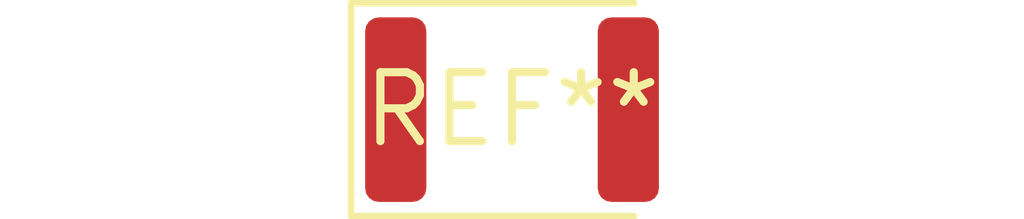
<source format=kicad_pcb>
(kicad_pcb (version 20240108) (generator pcbnew)
  (layers (0 "F.Cu" signal) (31 "B.Cu" signal) (34 "B.Paste" user) (35 "F.Paste" user) (36 "B.SilkS" user "B.Silkscreen") (37 "F.SilkS" user "F.Silkscreen") (38 "B.Mask" user) (39 "F.Mask" user) (44 "Edge.Cuts" user))
  (net 0 "")
  (footprint "D_1812_4532Metric" (layer "F.Cu") (at 0 0)
    (property "Reference" "REF**")
    (property "Value" "D_1812_4532Metric")
    (fp_line (start -2.96 -1.96) (end -2.96 1.96) (layer "F.SilkS") (stroke (width 0.12)))
    (fp_line (start -2.96 1.96) (end 2.25 1.96) (layer "F.SilkS") (stroke (width 0.12)))
    (fp_line (start 2.25 -1.96) (end -2.96 -1.96) (layer "F.SilkS") (stroke (width 0.12)))
    (pad "1" smd roundrect (at -2.1375 0) (size 1.125 3.4) (layers "F.Cu" "F.Paste" "F.Mask") (roundrect_rratio 0.222222))
    (pad "2" smd roundrect (at 2.1375 0) (size 1.125 3.4) (layers "F.Cu" "F.Paste" "F.Mask") (roundrect_rratio 0.222222))
  )
)
</source>
